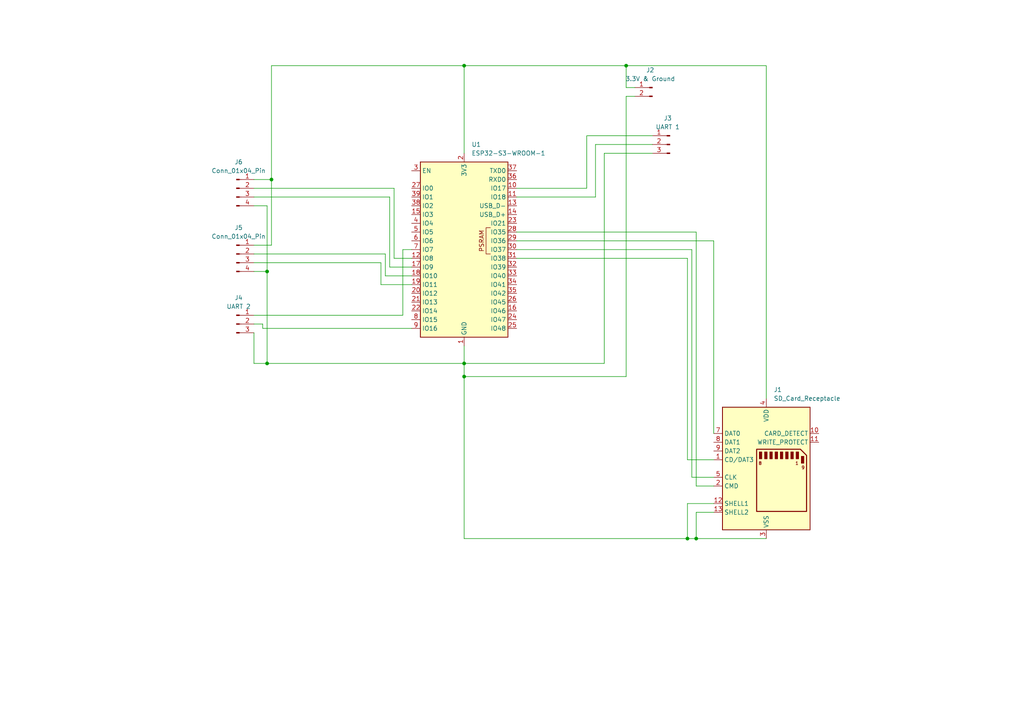
<source format=kicad_sch>
(kicad_sch (version 20250114) (generator "eeschema") (generator_version "9.0")
  (paper "A4")
  (lib_symbols
    (symbol "Connector:Conn_01x02_Pin" (pin_names (offset 1.016) (hide yes))
      (property "Reference" "J" (at 0 2.54 0))
      (property "Value" "Conn_01x02_Pin" (at 0 -5.08 0))
      (symbol "Conn_01x02_Pin_1_1"
        (rectangle (start 0.8636 0.127) (end 0 -0.127) (stroke (width 0.1524)) (fill (type outline)))
        (rectangle (start 0.8636 -2.413) (end 0 -2.667) (stroke (width 0.1524)) (fill (type outline)))
        (polyline (pts (xy 1.27 0) (xy 0.8636 0)) (stroke (width 0.1524)))
        (polyline (pts (xy 1.27 -2.54) (xy 0.8636 -2.54)) (stroke (width 0.1524)))
        (pin passive line (at 5.08 0 180) (length 3.81) (name "Pin_1") (number "1"))
        (pin passive line (at 5.08 -2.54 180) (length 3.81) (name "Pin_2") (number "2"))
      )
    )
    (symbol "Connector:Conn_01x03_Pin" (pin_names (offset 1.016) (hide yes))
      (property "Reference" "J" (at 0 5.08 0))
      (property "Value" "Conn_01x03_Pin" (at 0 -5.08 0))
      (symbol "Conn_01x03_Pin_1_1"
        (rectangle (start 0.8636 2.667) (end 0 2.413) (stroke (width 0.1524)) (fill (type outline)))
        (rectangle (start 0.8636 0.127) (end 0 -0.127) (stroke (width 0.1524)) (fill (type outline)))
        (rectangle (start 0.8636 -2.413) (end 0 -2.667) (stroke (width 0.1524)) (fill (type outline)))
        (polyline (pts (xy 1.27 2.54) (xy 0.8636 2.54)) (stroke (width 0.1524)))
        (polyline (pts (xy 1.27 0) (xy 0.8636 0)) (stroke (width 0.1524)))
        (polyline (pts (xy 1.27 -2.54) (xy 0.8636 -2.54)) (stroke (width 0.1524)))
        (pin passive line (at 5.08 2.54 180) (length 3.81) (name "Pin_1") (number "1"))
        (pin passive line (at 5.08 0 180) (length 3.81) (name "Pin_2") (number "2"))
        (pin passive line (at 5.08 -2.54 180) (length 3.81) (name "Pin_3") (number "3"))
      )
    )
    (symbol "Connector:Conn_01x04_Pin" (pin_names (offset 1.016) (hide yes))
      (property "Reference" "J" (at 0 5.08 0))
      (property "Value" "Conn_01x04_Pin" (at 0 -7.62 0))
      (symbol "Conn_01x04_Pin_1_1"
        (rectangle (start 0.8636 2.667) (end 0 2.413) (stroke (width 0.1524)) (fill (type outline)))
        (rectangle (start 0.8636 0.127) (end 0 -0.127) (stroke (width 0.1524)) (fill (type outline)))
        (rectangle (start 0.8636 -2.413) (end 0 -2.667) (stroke (width 0.1524)) (fill (type outline)))
        (rectangle (start 0.8636 -4.953) (end 0 -5.207) (stroke (width 0.1524)) (fill (type outline)))
        (polyline (pts (xy 1.27 2.54) (xy 0.8636 2.54)) (stroke (width 0.1524)))
        (polyline (pts (xy 1.27 0) (xy 0.8636 0)) (stroke (width 0.1524)))
        (polyline (pts (xy 1.27 -2.54) (xy 0.8636 -2.54)) (stroke (width 0.1524)))
        (polyline (pts (xy 1.27 -5.08) (xy 0.8636 -5.08)) (stroke (width 0.1524)))
        (pin passive line (at 5.08 2.54 180) (length 3.81) (name "Pin_1") (number "1"))
        (pin passive line (at 5.08 0 180) (length 3.81) (name "Pin_2") (number "2"))
        (pin passive line (at 5.08 -2.54 180) (length 3.81) (name "Pin_3") (number "3"))
        (pin passive line (at 5.08 -5.08 180) (length 3.81) (name "Pin_4") (number "4"))
      )
    )
    (symbol "Connector:SD_Card_Receptacle"
      (property "Reference" "J" (at -11.938 19.304 0))
      (property "Value" "SD_Card_Receptacle" (at 10.922 -19.558 0))
      (symbol "SD_Card_Receptacle_0_1"
        (rectangle (start -2.032 2.794) (end -1.27 4.826) (fill (type outline)))
        (rectangle (start -0.508 2.794) (end 0.254 4.826) (fill (type outline)))
        (rectangle (start 1.016 2.794) (end 1.778 4.826) (fill (type outline)))
        (rectangle (start 2.54 2.794) (end 3.302 4.826) (fill (type outline)))
        (rectangle (start 4.064 2.794) (end 4.826 4.826) (fill (type outline)))
        (rectangle (start 5.588 2.794) (end 6.35 4.826) (fill (type outline)))
        (rectangle (start 7.112 2.794) (end 7.874 4.826) (fill (type outline)))
        (rectangle (start 8.636 2.794) (end 9.398 4.826) (fill (type outline)))
        (rectangle (start 10.16 1.524) (end 10.922 3.556) (fill (type outline)))
      )
      (symbol "SD_Card_Receptacle_1_1"
        (rectangle (start -12.7 17.78) (end 12.7 -17.78) (stroke (width 0.254)) (fill (type background)))
        (polyline (pts (xy 9.906 5.588) (xy -2.794 5.588) (xy -2.794 -12.446) (xy 11.684 -12.446) (xy 11.684 3.81) (xy 9.906 5.588)) (stroke (width 0.3)))
        (text "8" (at -1.778 1.524 0) (effects (font (size 0.9 0.9))))
        (text "1" (at 8.89 1.524 0) (effects (font (size 0.9 0.9))))
        (text "9" (at 10.668 0.254 0) (effects (font (size 0.9 0.9))))
        (pin bidirectional line (at -15.24 10.16 0) (length 2.54) (name "DAT0") (number "7"))
        (pin bidirectional line (at -15.24 7.62 0) (length 2.54) (name "DAT1") (number "8"))
        (pin bidirectional line (at -15.24 5.08 0) (length 2.54) (name "DAT2") (number "9"))
        (pin bidirectional line (at -15.24 2.54 0) (length 2.54) (name "CD/DAT3") (number "1"))
        (pin input line (at -15.24 -2.54 0) (length 2.54) (name "CLK") (number "5"))
        (pin bidirectional line (at -15.24 -5.08 0) (length 2.54) (name "CMD") (number "2"))
        (pin passive line (at -15.24 -10.16 0) (length 2.54) (name "SHELL1") (number "12"))
        (pin passive line (at -15.24 -12.7 0) (length 2.54) (name "SHELL2") (number "13"))
        (pin power_in line (at 0 20.32 270) (length 2.54) (name "VDD") (number "4"))
        (pin power_in line (at 0 -20.32 90) (length 2.54) (name "VSS") (number "3"))
        (pin passive line (at 0 -20.32 90) (length 2.54) (hide yes) (name "VSS") (number "6"))
        (pin output line (at 15.24 10.16 180) (length 2.54) (name "CARD_DETECT") (number "10"))
        (pin output line (at 15.24 7.62 180) (length 2.54) (name "WRITE_PROTECT") (number "11"))
      )
    )
    (symbol "RF_Module:ESP32-S3-WROOM-1"
      (property "Reference" "U" (at -12.7 26.67 0))
      (property "Value" "ESP32-S3-WROOM-1" (at 12.7 26.67 0))
      (symbol "ESP32-S3-WROOM-1_0_0"
        (rectangle (start -12.7 25.4) (end 12.7 -25.4) (stroke (width 0.254)) (fill (type background)))
        (text "PSRAM" (at 5.08 2.54 900) (effects (font (size 1.27 1.27))))
      )
      (symbol "ESP32-S3-WROOM-1_0_1"
        (polyline (pts (xy 7.62 -1.27) (xy 6.35 -1.27) (xy 6.35 6.35) (xy 7.62 6.35)))
      )
      (symbol "ESP32-S3-WROOM-1_1_1"
        (pin input line (at -15.24 22.86 0) (length 2.54) (name "EN") (number "3"))
        (pin bidirectional line (at -15.24 17.78 0) (length 2.54) (name "IO0") (number "27"))
        (pin bidirectional line (at -15.24 15.24 0) (length 2.54) (name "IO1") (number "39"))
        (pin bidirectional line (at -15.24 12.7 0) (length 2.54) (name "IO2") (number "38"))
        (pin bidirectional line (at -15.24 10.16 0) (length 2.54) (name "IO3") (number "15"))
        (pin bidirectional line (at -15.24 7.62 0) (length 2.54) (name "IO4") (number "4"))
        (pin bidirectional line (at -15.24 5.08 0) (length 2.54) (name "IO5") (number "5"))
        (pin bidirectional line (at -15.24 2.54 0) (length 2.54) (name "IO6") (number "6"))
        (pin bidirectional line (at -15.24 0 0) (length 2.54) (name "IO7") (number "7"))
        (pin bidirectional line (at -15.24 -2.54 0) (length 2.54) (name "IO8") (number "12"))
        (pin bidirectional line (at -15.24 -5.08 0) (length 2.54) (name "IO9") (number "17"))
        (pin bidirectional line (at -15.24 -7.62 0) (length 2.54) (name "IO10") (number "18"))
        (pin bidirectional line (at -15.24 -10.16 0) (length 2.54) (name "IO11") (number "19"))
        (pin bidirectional line (at -15.24 -12.7 0) (length 2.54) (name "IO12") (number "20"))
        (pin bidirectional line (at -15.24 -15.24 0) (length 2.54) (name "IO13") (number "21"))
        (pin bidirectional line (at -15.24 -17.78 0) (length 2.54) (name "IO14") (number "22"))
        (pin bidirectional line (at -15.24 -20.32 0) (length 2.54) (name "IO15") (number "8"))
        (pin bidirectional line (at -15.24 -22.86 0) (length 2.54) (name "IO16") (number "9"))
        (pin power_in line (at 0 27.94 270) (length 2.54) (name "3V3") (number "2"))
        (pin power_in line (at 0 -27.94 90) (length 2.54) (name "GND") (number "1"))
        (pin passive line (at 0 -27.94 90) (length 2.54) (hide yes) (name "GND") (number "40"))
        (pin passive line (at 0 -27.94 90) (length 2.54) (hide yes) (name "GND") (number "41"))
        (pin bidirectional line (at 15.24 22.86 180) (length 2.54) (name "TXD0") (number "37"))
        (pin bidirectional line (at 15.24 20.32 180) (length 2.54) (name "RXD0") (number "36"))
        (pin bidirectional line (at 15.24 17.78 180) (length 2.54) (name "IO17") (number "10"))
        (pin bidirectional line (at 15.24 15.24 180) (length 2.54) (name "IO18") (number "11"))
        (pin bidirectional line (at 15.24 12.7 180) (length 2.54) (name "USB_D-") (number "13"))
        (pin bidirectional line (at 15.24 10.16 180) (length 2.54) (name "USB_D+") (number "14"))
        (pin bidirectional line (at 15.24 7.62 180) (length 2.54) (name "IO21") (number "23"))
        (pin bidirectional line (at 15.24 5.08 180) (length 2.54) (name "IO35") (number "28"))
        (pin bidirectional line (at 15.24 2.54 180) (length 2.54) (name "IO36") (number "29"))
        (pin bidirectional line (at 15.24 0 180) (length 2.54) (name "IO37") (number "30"))
        (pin bidirectional line (at 15.24 -2.54 180) (length 2.54) (name "IO38") (number "31"))
        (pin bidirectional line (at 15.24 -5.08 180) (length 2.54) (name "IO39") (number "32"))
        (pin bidirectional line (at 15.24 -7.62 180) (length 2.54) (name "IO40") (number "33"))
        (pin bidirectional line (at 15.24 -10.16 180) (length 2.54) (name "IO41") (number "34"))
        (pin bidirectional line (at 15.24 -12.7 180) (length 2.54) (name "IO42") (number "35"))
        (pin bidirectional line (at 15.24 -15.24 180) (length 2.54) (name "IO45") (number "26"))
        (pin bidirectional line (at 15.24 -17.78 180) (length 2.54) (name "IO46") (number "16"))
        (pin bidirectional line (at 15.24 -20.32 180) (length 2.54) (name "IO47") (number "24"))
        (pin bidirectional line (at 15.24 -22.86 180) (length 2.54) (name "IO48") (number "25"))
      )
    )
  )
  (junction (at 78.74 52.07))
  (junction (at 134.62 19.05))
  (junction (at 134.62 109.22))
  (junction (at 77.47 78.74))
  (junction (at 199.39 156.21))
  (junction (at 134.62 105.41))
  (junction (at 77.47 105.41))
  (junction (at 201.93 156.21))
  (junction (at 181.61 19.05))
  (wire (pts (xy 201.93 156.21) (xy 199.39 156.21)))
  (wire (pts (xy 73.66 91.44) (xy 116.84 91.44)))
  (wire (pts (xy 199.39 133.35) (xy 199.39 74.93)))
  (wire (pts (xy 175.26 44.45) (xy 175.26 105.41)))
  (wire (pts (xy 73.66 54.61) (xy 114.3 54.61)))
  (wire (pts (xy 200.66 72.39) (xy 200.66 138.43)))
  (wire (pts (xy 78.74 71.12) (xy 78.74 52.07)))
  (wire (pts (xy 222.25 19.05) (xy 181.61 19.05)))
  (wire (pts (xy 199.39 74.93) (xy 149.86 74.93)))
  (wire (pts (xy 134.62 109.22) (xy 134.62 105.41)))
  (wire (pts (xy 199.39 146.05) (xy 199.39 156.21)))
  (wire (pts (xy 181.61 19.05) (xy 134.62 19.05)))
  (wire (pts (xy 175.26 105.41) (xy 134.62 105.41)))
  (wire (pts (xy 207.01 125.73) (xy 207.01 69.85)))
  (wire (pts (xy 110.49 82.55) (xy 119.38 82.55)))
  (wire (pts (xy 76.2 95.25) (xy 76.2 93.98)))
  (wire (pts (xy 78.74 19.05) (xy 134.62 19.05)))
  (wire (pts (xy 73.66 105.41) (xy 77.47 105.41)))
  (wire (pts (xy 170.18 54.61) (xy 170.18 39.37)))
  (wire (pts (xy 207.01 140.97) (xy 201.93 140.97)))
  (wire (pts (xy 76.2 93.98) (xy 73.66 93.98)))
  (wire (pts (xy 149.86 54.61) (xy 170.18 54.61)))
  (wire (pts (xy 77.47 105.41) (xy 134.62 105.41)))
  (wire (pts (xy 172.72 41.91) (xy 189.23 41.91)))
  (wire (pts (xy 111.76 73.66) (xy 111.76 80.01)))
  (wire (pts (xy 134.62 19.05) (xy 134.62 44.45)))
  (wire (pts (xy 222.25 156.21) (xy 201.93 156.21)))
  (wire (pts (xy 114.3 74.93) (xy 119.38 74.93)))
  (wire (pts (xy 199.39 156.21) (xy 134.62 156.21)))
  (wire (pts (xy 78.74 52.07) (xy 78.74 19.05)))
  (wire (pts (xy 201.93 140.97) (xy 201.93 67.31)))
  (wire (pts (xy 116.84 91.44) (xy 116.84 72.39)))
  (wire (pts (xy 201.93 148.59) (xy 201.93 156.21)))
  (wire (pts (xy 73.66 96.52) (xy 73.66 105.41)))
  (wire (pts (xy 207.01 146.05) (xy 199.39 146.05)))
  (wire (pts (xy 200.66 138.43) (xy 207.01 138.43)))
  (wire (pts (xy 110.49 76.2) (xy 110.49 82.55)))
  (wire (pts (xy 111.76 80.01) (xy 119.38 80.01)))
  (wire (pts (xy 77.47 59.69) (xy 77.47 78.74)))
  (wire (pts (xy 172.72 57.15) (xy 172.72 41.91)))
  (wire (pts (xy 73.66 76.2) (xy 110.49 76.2)))
  (wire (pts (xy 113.03 77.47) (xy 119.38 77.47)))
  (wire (pts (xy 114.3 54.61) (xy 114.3 74.93)))
  (wire (pts (xy 184.15 25.4) (xy 181.61 25.4)))
  (wire (pts (xy 207.01 69.85) (xy 149.86 69.85)))
  (wire (pts (xy 73.66 73.66) (xy 111.76 73.66)))
  (wire (pts (xy 170.18 39.37) (xy 189.23 39.37)))
  (wire (pts (xy 77.47 78.74) (xy 77.47 105.41)))
  (wire (pts (xy 181.61 25.4) (xy 181.61 19.05)))
  (wire (pts (xy 73.66 57.15) (xy 113.03 57.15)))
  (wire (pts (xy 116.84 72.39) (xy 119.38 72.39)))
  (wire (pts (xy 181.61 109.22) (xy 134.62 109.22)))
  (wire (pts (xy 73.66 59.69) (xy 77.47 59.69)))
  (wire (pts (xy 134.62 105.41) (xy 134.62 100.33)))
  (wire (pts (xy 73.66 52.07) (xy 78.74 52.07)))
  (wire (pts (xy 207.01 133.35) (xy 199.39 133.35)))
  (wire (pts (xy 201.93 67.31) (xy 149.86 67.31)))
  (wire (pts (xy 222.25 115.57) (xy 222.25 19.05)))
  (wire (pts (xy 149.86 57.15) (xy 172.72 57.15)))
  (wire (pts (xy 134.62 156.21) (xy 134.62 109.22)))
  (wire (pts (xy 73.66 71.12) (xy 78.74 71.12)))
  (wire (pts (xy 189.23 44.45) (xy 175.26 44.45)))
  (wire (pts (xy 73.66 78.74) (xy 77.47 78.74)))
  (wire (pts (xy 181.61 27.94) (xy 181.61 109.22)))
  (wire (pts (xy 149.86 72.39) (xy 200.66 72.39)))
  (wire (pts (xy 207.01 148.59) (xy 201.93 148.59)))
  (wire (pts (xy 119.38 95.25) (xy 76.2 95.25)))
  (wire (pts (xy 184.15 27.94) (xy 181.61 27.94)))
  (wire (pts (xy 113.03 57.15) (xy 113.03 77.47)))
  (symbol (lib_id "Connector:SD_Card_Receptacle") (at 222.25 135.89 0) (unit 1)
    (property "Reference" "J1" (at 224.3933 113.03 0) (effects (justify left)))
    (property "Value" "SD_Card_Receptacle" (at 224.3933 115.57 0) (effects (justify left)))
    (property "Datasheet" "http://portal.fciconnect.com/Comergent//fci/drawing/10067847.pdf" (effects (hide yes)))
    (property "Description" "SD card receptacle" (effects (hide yes)))
  )
  (symbol (lib_id "Connector:Conn_01x03_Pin") (at 194.31 41.91 0) (mirror y) (unit 1)
    (property "Reference" "J3" (at 193.675 34.29 0))
    (property "Value" "UART 1" (at 193.675 36.83 0))
    (property "Description" "Generic connector, single row, 01x03, script generated" (effects (hide yes)))
  )
  (symbol (lib_id "Connector:Conn_01x02_Pin") (at 189.23 25.4 0) (mirror y) (unit 1)
    (property "Reference" "J2" (at 188.595 20.32 0))
    (property "Value" "3.3V & Ground" (at 188.595 22.86 0))
    (property "Description" "Generic connector, single row, 01x02, script generated" (effects (hide yes)))
  )
  (symbol (lib_id "Connector:Conn_01x03_Pin") (at 68.58 93.98 0) (unit 1)
    (property "Reference" "J4" (at 69.215 86.36 0))
    (property "Value" "UART 2" (at 69.215 88.9 0))
    (property "Description" "Generic connector, single row, 01x03, script generated" (effects (hide yes)))
  )
  (symbol (lib_id "RF_Module:ESP32-S3-WROOM-1") (at 134.62 72.39 0) (unit 1)
    (property "Reference" "U1" (at 136.7633 41.91 0) (effects (justify left)))
    (property "Value" "ESP32-S3-WROOM-1" (at 136.7633 44.45 0) (effects (justify left)))
    (property "Footprint" "RF_Module:ESP32-S3-WROOM-1" (effects (hide yes)))
    (property "Datasheet" "https://www.espressif.com/sites/default/files/documentation/esp32-s3-wroom-1_wroom-1u_datasheet_en.pdf" (effects (hide yes)))
    (property "Description" "RF Module, ESP32-S3 SoC, Wi-Fi 802.11b/g/n, Bluetooth, BLE, 32-bit, 3.3V, onboard antenna, SMD" (effects (hide yes)))
  )
  (symbol (lib_id "Connector:Conn_01x04_Pin") (at 68.58 54.61 0) (unit 1)
    (property "Reference" "J6" (at 69.215 46.99 0))
    (property "Value" "Conn_01x04_Pin" (at 69.215 49.53 0))
    (property "Description" "Generic connector, single row, 01x04, script generated" (effects (hide yes)))
  )
  (symbol (lib_id "Connector:Conn_01x04_Pin") (at 68.58 73.66 0) (unit 1)
    (property "Reference" "J5" (at 69.215 66.04 0))
    (property "Value" "Conn_01x04_Pin" (at 69.215 68.58 0))
    (property "Description" "Generic connector, single row, 01x04, script generated" (effects (hide yes)))
  )
)
</source>
